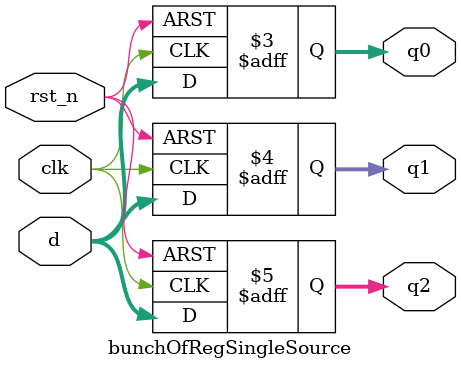
<source format=v>
`timescale 1ns / 1ps


module bunchOfRegSingleSource(
    input wire clk,
    input wire rst_n,
    input wire [7:0] d,
    output reg [7:0] q0,
    output reg [7:0] q1,
    output reg [7:0] q2
    );
    
    always @(posedge clk or negedge rst_n) begin 
        if(!rst_n) begin 
            q0 <= 8'h00 ;
            q1 <= 8'h00 ;
            q2 <= 8'h00 ;
        end else begin 
            q0 <= d ;
            q1 <= d ;
            q2 <= d ;
        end 
    
    end 
    
endmodule
</source>
